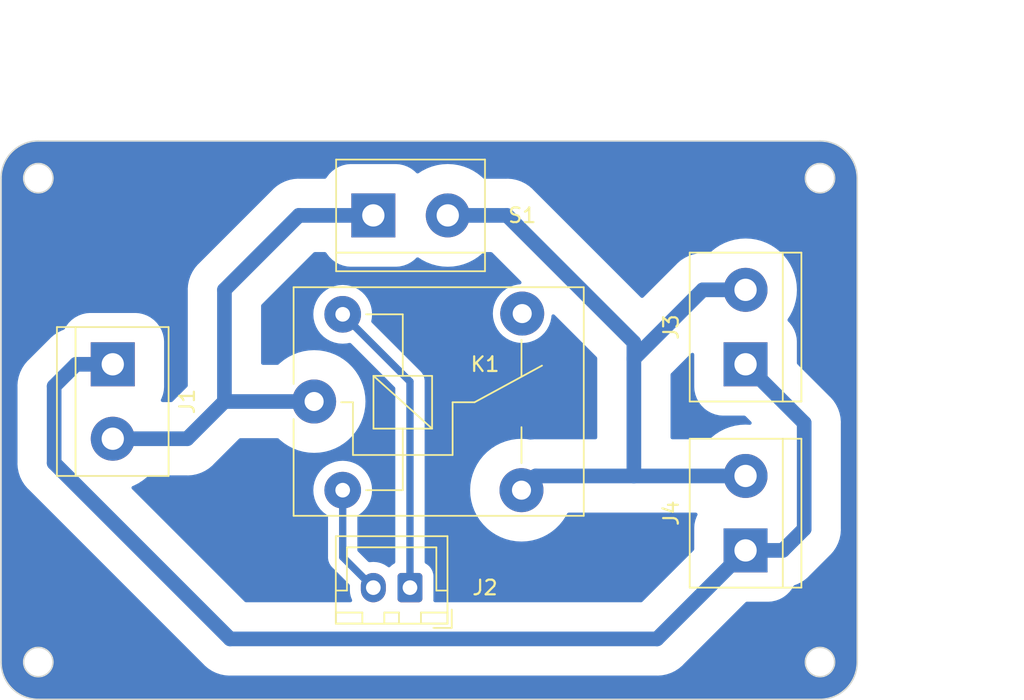
<source format=kicad_pcb>
(kicad_pcb (version 20221018) (generator pcbnew)
  (title_block (title "Automatic Air Assist") (date "2023-09-11") (rev "1") (company "madhead"))
  (layers (0 "F.Cu" signal) (31 "B.Cu" signal) (34 "B.Paste" user) (35 "F.Paste" user) (36 "B.SilkS" user "B.Silkscreen") (37 "F.SilkS" user "F.Silkscreen") (38 "B.Mask" user) (39 "F.Mask" user) (44 "Edge.Cuts" user))
  (net 0 "")
  (net 2 "Net-(J1-Pin_2)")
  (net 3 "Net-(J1-Pin_1)")
  (net 4 "Net-(J2-Pin_1)")
  (net 5 "Net-(J2-Pin_2)")
  (net 6 "Net-(J3-Pin_2)")
  (footprint "TerminalBlock:TerminalBlock_bornier-2_P5.08mm" (layer "F.Cu") (at 139.7 86.36)
    (fp_text reference "S1" (at 10.16 0) (layer "F.SilkS"))
    (fp_text value "Manual")
    (fp_line (start -2.54 -3.81) (end -2.54 3.81) (stroke (width 0.12)) (layer "F.SilkS"))
    (fp_line (start -2.54 3.81) (end 7.62 3.81) (stroke (width 0.12)) (layer "F.SilkS"))
    (fp_line (start 7.62 -3.81) (end -2.54 -3.81) (stroke (width 0.12)) (layer "F.SilkS"))
    (fp_line (start 7.62 2.54) (end -2.54 2.54) (stroke (width 0.12)) (layer "F.SilkS"))
    (fp_line (start 7.62 3.81) (end 7.62 -3.81) (stroke (width 0.12)) (layer "F.SilkS"))
    (pad "1" thru_hole rect (at 0 0) (size 3 3) (drill 1.52) (layers "*.Cu" "*.Mask") (net 2 "Net-(J1-Pin_2)"))
    (pad "2" thru_hole circle (at 5.08 0) (size 3 3) (drill 1.52) (layers "*.Cu" "*.Mask") (net 6 "Net-(J3-Pin_2)"))
  )
  (footprint "Connector_JST:JST_XH_B2B-XH-A_1x02_P2.50mm_Vertical" (layer "F.Cu") (at 142.2 111.76 180)
    (fp_text reference "J2" (at -5.12 0) (layer "F.SilkS"))
    (fp_text value "Control")
    (fp_line (start -2.85 -2.75) (end -2.85 -1.5) (stroke (width 0.12)) (layer "F.SilkS"))
    (fp_line (start -2.56 -2.46) (end -2.56 3.51) (stroke (width 0.12)) (layer "F.SilkS"))
    (fp_line (start -2.56 3.51) (end 5.06 3.51) (stroke (width 0.12)) (layer "F.SilkS"))
    (fp_line (start -2.55 -2.45) (end -2.55 -1.7) (stroke (width 0.12)) (layer "F.SilkS"))
    (fp_line (start -2.55 -1.7) (end -0.75 -1.7) (stroke (width 0.12)) (layer "F.SilkS"))
    (fp_line (start -2.55 -0.2) (end -1.8 -0.2) (stroke (width 0.12)) (layer "F.SilkS"))
    (fp_line (start -1.8 -0.2) (end -1.8 2.75) (stroke (width 0.12)) (layer "F.SilkS"))
    (fp_line (start -1.8 2.75) (end 1.25 2.75) (stroke (width 0.12)) (layer "F.SilkS"))
    (fp_line (start -1.6 -2.75) (end -2.85 -2.75) (stroke (width 0.12)) (layer "F.SilkS"))
    (fp_line (start -0.75 -2.45) (end -2.55 -2.45) (stroke (width 0.12)) (layer "F.SilkS"))
    (fp_line (start -0.75 -1.7) (end -0.75 -2.45) (stroke (width 0.12)) (layer "F.SilkS"))
    (fp_line (start 0.75 -2.45) (end 0.75 -1.7) (stroke (width 0.12)) (layer "F.SilkS"))
    (fp_line (start 0.75 -1.7) (end 1.75 -1.7) (stroke (width 0.12)) (layer "F.SilkS"))
    (fp_line (start 1.75 -2.45) (end 0.75 -2.45) (stroke (width 0.12)) (layer "F.SilkS"))
    (fp_line (start 1.75 -1.7) (end 1.75 -2.45) (stroke (width 0.12)) (layer "F.SilkS"))
    (fp_line (start 3.25 -2.45) (end 3.25 -1.7) (stroke (width 0.12)) (layer "F.SilkS"))
    (fp_line (start 3.25 -1.7) (end 5.05 -1.7) (stroke (width 0.12)) (layer "F.SilkS"))
    (fp_line (start 4.3 -0.2) (end 4.3 2.75) (stroke (width 0.12)) (layer "F.SilkS"))
    (fp_line (start 4.3 2.75) (end 1.25 2.75) (stroke (width 0.12)) (layer "F.SilkS"))
    (fp_line (start 5.05 -2.45) (end 3.25 -2.45) (stroke (width 0.12)) (layer "F.SilkS"))
    (fp_line (start 5.05 -1.7) (end 5.05 -2.45) (stroke (width 0.12)) (layer "F.SilkS"))
    (fp_line (start 5.05 -0.2) (end 4.3 -0.2) (stroke (width 0.12)) (layer "F.SilkS"))
    (fp_line (start 5.06 -2.46) (end -2.56 -2.46) (stroke (width 0.12)) (layer "F.SilkS"))
    (fp_line (start 5.06 3.51) (end 5.06 -2.46) (stroke (width 0.12)) (layer "F.SilkS"))
    (pad "1" thru_hole roundrect (at 0 0 180) (size 1.7 2) (drill 1) (layers "*.Cu" "*.Mask") (roundrect_rratio 0.147059) (net 4 "Net-(J2-Pin_1)"))
    (pad "2" thru_hole oval (at 2.5 0 180) (size 1.7 2) (drill 1) (layers "*.Cu" "*.Mask") (net 5 "Net-(J2-Pin_2)"))
  )
  (footprint "Relay_THT:Relay_SPDT_SANYOU_SRD_Series_Form_C" (layer "F.Cu") (at 135.66 99.06)
    (fp_text reference "K1" (at 11.66 -2.54) (layer "F.SilkS"))
    (fp_text value "Auto")
    (fp_line (start -1.4 -7.8) (end -1.4 -1.2) (stroke (width 0.12)) (layer "F.SilkS"))
    (fp_line (start -1.4 -7.8) (end 18.4 -7.8) (stroke (width 0.12)) (layer "F.SilkS"))
    (fp_line (start -1.4 1.2) (end -1.4 7.8) (stroke (width 0.12)) (layer "F.SilkS"))
    (fp_line (start 2.65 0.05) (end 1.85 0.05) (stroke (width 0.12)) (layer "F.SilkS"))
    (fp_line (start 2.65 0.05) (end 2.65 3.65) (stroke (width 0.12)) (layer "F.SilkS"))
    (fp_line (start 3.55 6.05) (end 6.05 6.05) (stroke (width 0.12)) (layer "F.SilkS"))
    (fp_line (start 4.05 -1.75) (end 8.05 -1.75) (stroke (width 0.12)) (layer "F.SilkS"))
    (fp_line (start 4.05 1.85) (end 4.05 -1.75) (stroke (width 0.12)) (layer "F.SilkS"))
    (fp_line (start 6.05 -5.95) (end 3.55 -5.95) (stroke (width 0.12)) (layer "F.SilkS"))
    (fp_line (start 6.05 -5.95) (end 6.05 -1.75) (stroke (width 0.12)) (layer "F.SilkS"))
    (fp_line (start 6.05 1.85) (end 6.05 6.05) (stroke (width 0.12)) (layer "F.SilkS"))
    (fp_line (start 8.05 -1.75) (end 8.05 1.85) (stroke (width 0.12)) (layer "F.SilkS"))
    (fp_line (start 8.05 1.85) (end 4.05 -1.75) (stroke (width 0.12)) (layer "F.SilkS"))
    (fp_line (start 8.05 1.85) (end 4.05 1.85) (stroke (width 0.12)) (layer "F.SilkS"))
    (fp_line (start 9.45 0.05) (end 9.45 3.65) (stroke (width 0.12)) (layer "F.SilkS"))
    (fp_line (start 9.45 0.05) (end 10.95 0.05) (stroke (width 0.12)) (layer "F.SilkS"))
    (fp_line (start 9.45 3.65) (end 2.65 3.65) (stroke (width 0.12)) (layer "F.SilkS"))
    (fp_line (start 10.95 0.05) (end 15.55 -2.45) (stroke (width 0.12)) (layer "F.SilkS"))
    (fp_line (start 14.15 -4.2) (end 14.15 -1.7) (stroke (width 0.12)) (layer "F.SilkS"))
    (fp_line (start 14.15 4.2) (end 14.15 1.75) (stroke (width 0.12)) (layer "F.SilkS"))
    (fp_line (start 18.4 -7.8) (end 18.4 7.8) (stroke (width 0.12)) (layer "F.SilkS"))
    (fp_line (start 18.4 7.8) (end -1.4 7.8) (stroke (width 0.12)) (layer "F.SilkS"))
    (pad "1" thru_hole circle (at 0 0 90) (size 3 3) (drill 1.3) (layers "*.Cu" "*.Mask") (net 2 "Net-(J1-Pin_2)"))
    (pad "2" thru_hole circle (at 1.95 6.05 90) (size 2.5 2.5) (drill 1) (layers "*.Cu" "*.Mask") (net 5 "Net-(J2-Pin_2)"))
    (pad "3" thru_hole circle (at 14.15 6.05 90) (size 3 3) (drill 1.3) (layers "*.Cu" "*.Mask") (net 6 "Net-(J3-Pin_2)"))
    (pad "4" thru_hole circle (at 14.2 -6 90) (size 3 3) (drill 1.3) (layers "*.Cu" "*.Mask"))
    (pad "5" thru_hole circle (at 1.95 -5.95 90) (size 2.5 2.5) (drill 1) (layers "*.Cu" "*.Mask") (net 4 "Net-(J2-Pin_1)"))
  )
  (footprint "TerminalBlock:TerminalBlock_bornier-2_P5.08mm" (layer "F.Cu") (at 165.1 109.22 90)
    (fp_text reference "J4" (at 2.54 -5.08 90) (layer "F.SilkS"))
    (fp_text value "Fan")
    (fp_line (start -2.54 -3.81) (end -2.54 3.81) (stroke (width 0.12)) (layer "F.SilkS"))
    (fp_line (start -2.54 3.81) (end 7.62 3.81) (stroke (width 0.12)) (layer "F.SilkS"))
    (fp_line (start 7.62 -3.81) (end -2.54 -3.81) (stroke (width 0.12)) (layer "F.SilkS"))
    (fp_line (start 7.62 2.54) (end -2.54 2.54) (stroke (width 0.12)) (layer "F.SilkS"))
    (fp_line (start 7.62 3.81) (end 7.62 -3.81) (stroke (width 0.12)) (layer "F.SilkS"))
    (pad "1" thru_hole rect (at 0 0 90) (size 3 3) (drill 1.52) (layers "*.Cu" "*.Mask") (net 3 "Net-(J1-Pin_1)"))
    (pad "2" thru_hole circle (at 5.08 0 90) (size 3 3) (drill 1.52) (layers "*.Cu" "*.Mask") (net 6 "Net-(J3-Pin_2)"))
  )
  (footprint "TerminalBlock:TerminalBlock_bornier-2_P5.08mm" (layer "F.Cu") (at 165.1 96.52 90)
    (fp_text reference "J3" (at 2.54 -5.08 90) (layer "F.SilkS"))
    (fp_text value "Pump")
    (fp_line (start -2.54 -3.81) (end -2.54 3.81) (stroke (width 0.12)) (layer "F.SilkS"))
    (fp_line (start -2.54 3.81) (end 7.62 3.81) (stroke (width 0.12)) (layer "F.SilkS"))
    (fp_line (start 7.62 -3.81) (end -2.54 -3.81) (stroke (width 0.12)) (layer "F.SilkS"))
    (fp_line (start 7.62 2.54) (end -2.54 2.54) (stroke (width 0.12)) (layer "F.SilkS"))
    (fp_line (start 7.62 3.81) (end 7.62 -3.81) (stroke (width 0.12)) (layer "F.SilkS"))
    (pad "1" thru_hole rect (at 0 0 90) (size 3 3) (drill 1.52) (layers "*.Cu" "*.Mask") (net 3 "Net-(J1-Pin_1)"))
    (pad "2" thru_hole circle (at 5.08 0 90) (size 3 3) (drill 1.52) (layers "*.Cu" "*.Mask") (net 6 "Net-(J3-Pin_2)"))
  )
  (footprint "TerminalBlock:TerminalBlock_bornier-2_P5.08mm" (layer "F.Cu") (at 121.92 96.52 -90)
    (fp_text reference "J1" (at 2.54 -5.08 90) (layer "F.SilkS"))
    (fp_text value "Input")
    (fp_line (start -2.54 -3.81) (end -2.54 3.81) (stroke (width 0.12)) (layer "F.SilkS"))
    (fp_line (start -2.54 3.81) (end 7.62 3.81) (stroke (width 0.12)) (layer "F.SilkS"))
    (fp_line (start 7.62 -3.81) (end -2.54 -3.81) (stroke (width 0.12)) (layer "F.SilkS"))
    (fp_line (start 7.62 2.54) (end -2.54 2.54) (stroke (width 0.12)) (layer "F.SilkS"))
    (fp_line (start 7.62 3.81) (end 7.62 -3.81) (stroke (width 0.12)) (layer "F.SilkS"))
    (pad "1" thru_hole rect (at 0 0 270) (size 3 3) (drill 1.52) (layers "*.Cu" "*.Mask") (net 3 "Net-(J1-Pin_1)"))
    (pad "2" thru_hole circle (at 5.08 0 270) (size 3 3) (drill 1.52) (layers "*.Cu" "*.Mask") (net 2 "Net-(J1-Pin_2)"))
  )
  (gr_circle (center 116.84 83.82) (end 117.84 83.82) (stroke (width 0.1)) (fill none) (layer "Edge.Cuts"))
  (gr_arc (start 170.18 81.28) (mid 171.976051 82.023949) (end 172.72 83.82) (stroke (width 0.1)) (layer "Edge.Cuts"))
  (gr_line (start 116.84 81.28) (end 170.18 81.28) (stroke (width 0.1)) (layer "Edge.Cuts"))
  (gr_arc (start 116.84 119.38) (mid 115.043949 118.636051) (end 114.3 116.84) (stroke (width 0.1)) (layer "Edge.Cuts"))
  (gr_line (start 114.3 116.84) (end 114.3 83.82) (stroke (width 0.1)) (layer "Edge.Cuts"))
  (gr_circle (center 116.84 116.84) (end 117.84 116.84) (stroke (width 0.1)) (fill none) (layer "Edge.Cuts"))
  (gr_line (start 172.72 83.82) (end 172.72 116.84) (stroke (width 0.1)) (layer "Edge.Cuts"))
  (gr_arc (start 114.3 83.82) (mid 115.043949 82.023949) (end 116.84 81.28) (stroke (width 0.1)) (layer "Edge.Cuts"))
  (gr_circle (center 170.18 116.84) (end 171.18 116.84) (stroke (width 0.1)) (fill none) (layer "Edge.Cuts"))
  (gr_line (start 170.18 119.38) (end 116.84 119.38) (stroke (width 0.1)) (layer "Edge.Cuts"))
  (gr_circle (center 170.18 83.82) (end 171.18 83.82) (stroke (width 0.1)) (fill none) (layer "Edge.Cuts"))
  (gr_arc (start 172.72 116.84) (mid 171.976051 118.636051) (end 170.18 119.38) (stroke (width 0.1)) (layer "Edge.Cuts"))
  (segment (start 134.62 86.36) (end 129.54 91.44) (width 1) (layer "B.Cu") (net 2))
  (segment (start 121.92 101.6) (end 127 101.6) (width 1) (layer "B.Cu") (net 2))
  (segment (start 129.54 99.06) (end 129.54 91.44) (width 1) (layer "B.Cu") (net 2))
  (segment (start 129.54 99.06) (end 135.66 99.06) (width 1) (layer "B.Cu") (net 2))
  (segment (start 139.7 86.36) (end 134.62 86.36) (width 1) (layer "B.Cu") (net 2))
  (segment (start 127 101.6) (end 129.54 99.06) (width 1) (layer "B.Cu") (net 2))
  (segment (start 119.42 96.52) (end 121.92 96.52) (width 1) (layer "B.Cu") (net 3))
  (segment (start 165.1 109.22) (end 159.06 115.26) (width 1) (layer "B.Cu") (net 3))
  (segment (start 167.64 109.22) (end 165.1 109.22) (width 1) (layer "B.Cu") (net 3))
  (segment (start 129.923145 115.26) (end 117.92 103.256855) (width 1) (layer "B.Cu") (net 3))
  (segment (start 165.1 96.52) (end 169.1 100.52) (width 1) (layer "B.Cu") (net 3))
  (segment (start 169.1 100.52) (end 169.1 107.76) (width 1) (layer "B.Cu") (net 3))
  (segment (start 159.06 115.26) (end 129.923145 115.26) (width 1) (layer "B.Cu") (net 3))
  (segment (start 169.1 107.76) (end 167.64 109.22) (width 1) (layer "B.Cu") (net 3))
  (segment (start 117.92 98.02) (end 119.42 96.52) (width 1) (layer "B.Cu") (net 3))
  (segment (start 117.92 103.256855) (end 117.92 98.02) (width 1) (layer "B.Cu") (net 3))
  (segment (start 137.61 93.11) (end 142.2 97.7) (width 0.5) (layer "B.Cu") (net 4))
  (segment (start 142.2 97.7) (end 142.2 111.76) (width 0.5) (layer "B.Cu") (net 4))
  (segment (start 137.61 105.11) (end 137.61 109.67) (width 0.5) (layer "B.Cu") (net 5))
  (segment (start 137.61 109.67) (end 139.7 111.76) (width 0.5) (layer "B.Cu") (net 5))
  (segment (start 157.48 104.14) (end 150.78 104.14) (width 1) (layer "B.Cu") (net 6))
  (segment (start 144.78 86.36) (end 148.816855 86.36) (width 1) (layer "B.Cu") (net 6))
  (segment (start 149.81 105.11) (end 149.81 104.19) (width 1) (layer "B.Cu") (net 6))
  (segment (start 157.48 96.14) (end 157.48 104.14) (width 1) (layer "B.Cu") (net 6))
  (segment (start 150.78 104.14) (end 149.81 105.11) (width 1) (layer "B.Cu") (net 6))
  (segment (start 148.816855 86.36) (end 157.48 95.023145) (width 1) (layer "B.Cu") (net 6))
  (segment (start 157.48 95.023145) (end 157.48 96.14) (width 1) (layer "B.Cu") (net 6))
  (segment (start 149.81 104.19) (end 149.86 104.14) (width 1) (layer "B.Cu") (net 6))
  (segment (start 165.1 104.14) (end 157.48 104.14) (width 1) (layer "B.Cu") (net 6))
  (segment (start 162.18 91.44) (end 157.48 96.14) (width 1) (layer "B.Cu") (net 6))
  (segment (start 165.1 91.44) (end 162.18 91.44) (width 1) (layer "B.Cu") (net 6))
  (zone (net 0) (net_name "") (layer "B.Cu") (connect_pads (clearance 0.5)) (min_thickness 0.25) (fill yes (thermal_gap 0.5) (thermal_bridge_width 0.5) (island_removal_mode 1) (island_area_min 10))
    (polygon (pts (xy 114.3 81.28) (xy 172.72 81.28) (xy 172.72 119.38) (xy 114.3 119.38)))
  )
)
</source>
